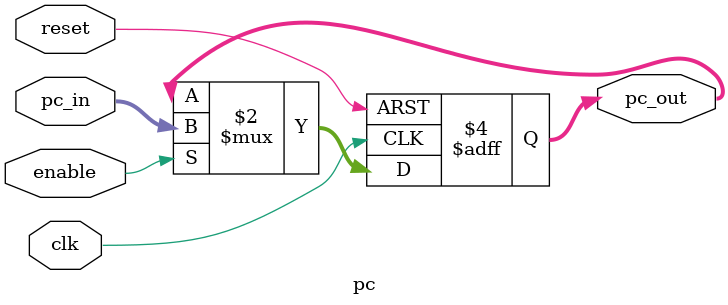
<source format=v>
`timescale 1ns/100ps

module pc(
    input clk, 
    input reset, 
    input enable,    // Enable signal for pipeline stalling
    input [31:0] pc_in, 
    output reg [31:0] pc_out
);

    always @(posedge clk or posedge reset) begin
        
        if (reset) begin
            pc_out <= 32'b0; // Reset PC to 0
        end else if (enable) begin
            #2 pc_out <= pc_in; // Update PC with new value
        end
        // If enable is low, keep the current value (stall)
    end
endmodule
</source>
